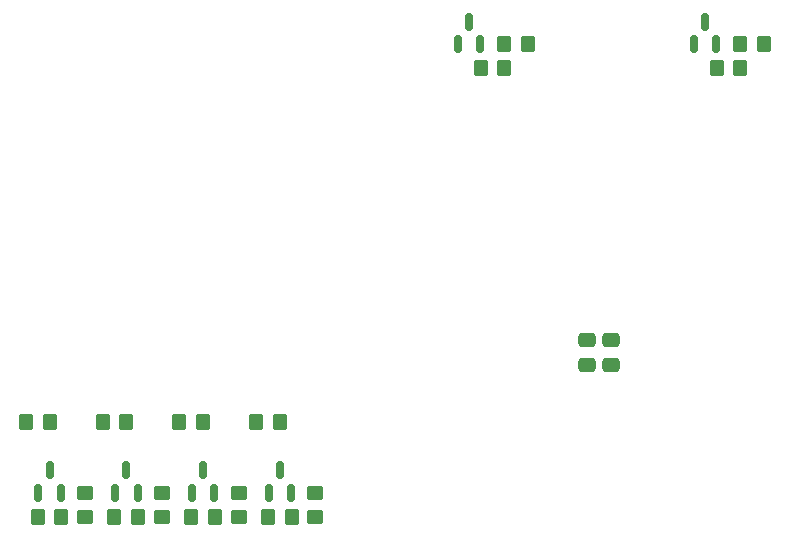
<source format=gbp>
G04 #@! TF.GenerationSoftware,KiCad,Pcbnew,6.0.4-1.fc35*
G04 #@! TF.CreationDate,2022-04-14T23:25:06+02:00*
G04 #@! TF.ProjectId,office_amp,6f666669-6365-45f6-916d-702e6b696361,rev?*
G04 #@! TF.SameCoordinates,Original*
G04 #@! TF.FileFunction,Paste,Bot*
G04 #@! TF.FilePolarity,Positive*
%FSLAX46Y46*%
G04 Gerber Fmt 4.6, Leading zero omitted, Abs format (unit mm)*
G04 Created by KiCad (PCBNEW 6.0.4-1.fc35) date 2022-04-14 23:25:06*
%MOMM*%
%LPD*%
G01*
G04 APERTURE LIST*
G04 Aperture macros list*
%AMRoundRect*
0 Rectangle with rounded corners*
0 $1 Rounding radius*
0 $2 $3 $4 $5 $6 $7 $8 $9 X,Y pos of 4 corners*
0 Add a 4 corners polygon primitive as box body*
4,1,4,$2,$3,$4,$5,$6,$7,$8,$9,$2,$3,0*
0 Add four circle primitives for the rounded corners*
1,1,$1+$1,$2,$3*
1,1,$1+$1,$4,$5*
1,1,$1+$1,$6,$7*
1,1,$1+$1,$8,$9*
0 Add four rect primitives between the rounded corners*
20,1,$1+$1,$2,$3,$4,$5,0*
20,1,$1+$1,$4,$5,$6,$7,0*
20,1,$1+$1,$6,$7,$8,$9,0*
20,1,$1+$1,$8,$9,$2,$3,0*%
G04 Aperture macros list end*
%ADD10RoundRect,0.250000X0.475000X-0.337500X0.475000X0.337500X-0.475000X0.337500X-0.475000X-0.337500X0*%
%ADD11RoundRect,0.250000X0.350000X0.450000X-0.350000X0.450000X-0.350000X-0.450000X0.350000X-0.450000X0*%
%ADD12RoundRect,0.250000X-0.350000X-0.450000X0.350000X-0.450000X0.350000X0.450000X-0.350000X0.450000X0*%
%ADD13RoundRect,0.250000X-0.450000X0.350000X-0.450000X-0.350000X0.450000X-0.350000X0.450000X0.350000X0*%
%ADD14RoundRect,0.150000X0.150000X-0.587500X0.150000X0.587500X-0.150000X0.587500X-0.150000X-0.587500X0*%
%ADD15RoundRect,0.250000X0.450000X-0.350000X0.450000X0.350000X-0.450000X0.350000X-0.450000X-0.350000X0*%
G04 APERTURE END LIST*
D10*
X141000000Y-131137500D03*
X141000000Y-129062500D03*
D11*
X115000000Y-136000000D03*
X113000000Y-136000000D03*
X108500000Y-136000000D03*
X106500000Y-136000000D03*
X102000000Y-136000000D03*
X100000000Y-136000000D03*
D12*
X93500000Y-136000000D03*
X95500000Y-136000000D03*
D10*
X143000000Y-131137500D03*
X143000000Y-129062500D03*
D12*
X132000000Y-106000000D03*
X134000000Y-106000000D03*
X94500000Y-144000000D03*
X96500000Y-144000000D03*
D11*
X116000000Y-144000000D03*
X114000000Y-144000000D03*
X136000000Y-104000000D03*
X134000000Y-104000000D03*
X156000000Y-104000000D03*
X154000000Y-104000000D03*
D13*
X105000000Y-142000000D03*
X105000000Y-144000000D03*
X111500000Y-142000000D03*
X111500000Y-144000000D03*
X118000000Y-142000000D03*
X118000000Y-144000000D03*
D14*
X151950000Y-103937500D03*
X150050000Y-103937500D03*
X151000000Y-102062500D03*
D11*
X103000000Y-144000000D03*
X101000000Y-144000000D03*
D15*
X98500000Y-144000000D03*
X98500000Y-142000000D03*
D14*
X115950000Y-141937500D03*
X114050000Y-141937500D03*
X115000000Y-140062500D03*
D12*
X152000000Y-106000000D03*
X154000000Y-106000000D03*
D14*
X131950000Y-103937500D03*
X130050000Y-103937500D03*
X131000000Y-102062500D03*
X102950000Y-141937500D03*
X101050000Y-141937500D03*
X102000000Y-140062500D03*
X109450000Y-141937500D03*
X107550000Y-141937500D03*
X108500000Y-140062500D03*
D11*
X109500000Y-144000000D03*
X107500000Y-144000000D03*
D14*
X96450000Y-141937500D03*
X94550000Y-141937500D03*
X95500000Y-140062500D03*
M02*

</source>
